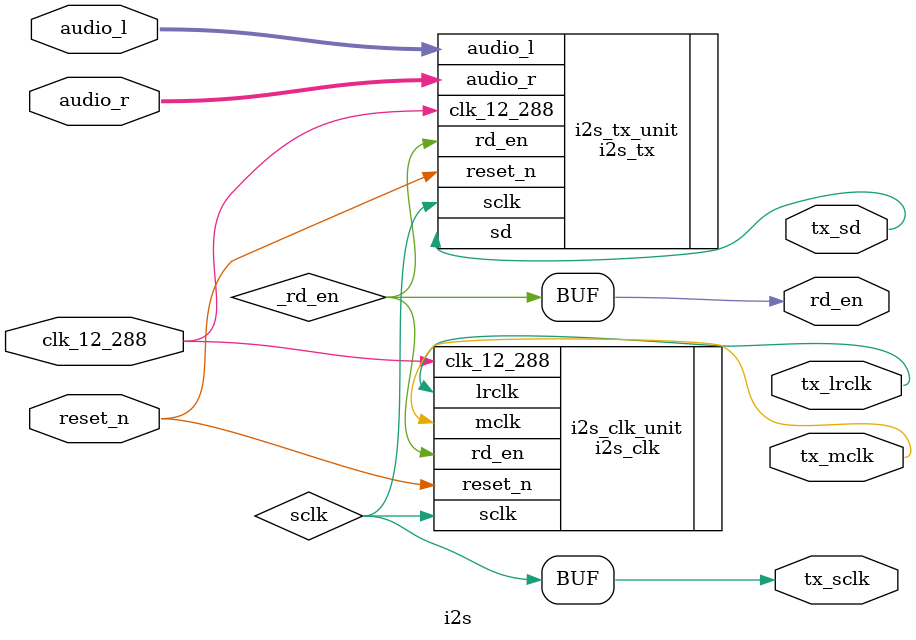
<source format=sv>
module i2s
	#(
        parameter	DATA_BIT = 16
    )
    (
		input logic clk_12_288,
		input logic reset_n,
		input logic [DATA_BIT-1:0] audio_l,
        input logic [DATA_BIT-1:0] audio_r,
		output logic tx_mclk,
        output logic tx_sclk,
        output logic tx_lrclk,
        output logic tx_sd,
        output logic rd_en
    );

    logic sclk;
    logic _rd_en;

	i2s_clk i2s_clk_unit (
		.clk_12_288(clk_12_288),
		.reset_n(reset_n),
		// Outputs
		.rd_en(_rd_en),
		.mclk(tx_mclk),
		.sclk(sclk),
		.lrclk(tx_lrclk)
	);

	i2s_tx #(
	   .DATA_BIT(DATA_BIT)
	) i2s_tx_unit (
		.clk_12_288(clk_12_288),
		.reset_n(reset_n),
		.rd_en(_rd_en),
		.audio_l(audio_l),
		.audio_r(audio_r),
		.sclk(sclk),
		// Outputs
		.sd(tx_sd)
	);

	assign rd_en = _rd_en;
	assign tx_sclk = sclk;
endmodule

</source>
